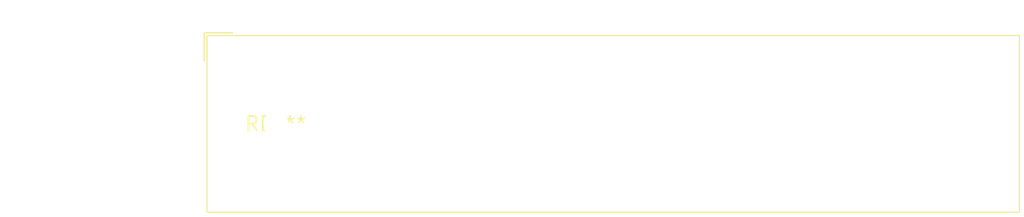
<source format=kicad_pcb>
(kicad_pcb (version 20240108) (generator pcbnew)
  (layers (0 "F.Cu" signal) (31 "B.Cu" signal) (34 "B.Paste" user) (35 "F.Paste" user) (36 "B.SilkS" user "B.Silkscreen") (37 "F.SilkS" user "F.Silkscreen") (38 "B.Mask" user) (39 "F.Mask" user) (44 "Edge.Cuts" user))
  (net 0 "")
  (footprint "TerminalBlock_Dinkle_DT-55-B01X-07_P10.00mm" (layer "F.Cu") (at 0 0)
    (property "Reference" "REF**")
    (property "Value" "TerminalBlock_Dinkle_DT-55-B01X-07_P10.00mm")
    (fp_line (start -6.35 -8.1) (end -3.85 -8.1) (layer "F.SilkS") (stroke (width 0.12)))
    (fp_line (start -6.35 -5.6) (end -6.35 -8.1) (layer "F.SilkS") (stroke (width 0.12)))
    (fp_line (start -6.1 -7.85) (end 66.1 -7.85) (layer "F.SilkS") (stroke (width 0.12)))
    (fp_line (start -6.1 7.85) (end -6.1 -7.85) (layer "F.SilkS") (stroke (width 0.12)))
    (fp_line (start -6.1 7.85) (end 66.1 7.85) (layer "F.SilkS") (stroke (width 0.12)))
    (fp_line (start 66.1 -7.85) (end 66.1 7.85) (layer "F.SilkS") (stroke (width 0.12)))
    (pad "1" thru_hole rect (at 0 0) (size 3.3 6.6) (drill 2.2) (layers *.Cu *.Mask) (remove_unused_layers))
    (pad "2" thru_hole oval (at 10 0) (size 3.3 6.6) (drill 2.2) (layers *.Cu *.Mask) (remove_unused_layers))
    (pad "3" thru_hole oval (at 20 0) (size 3.3 6.6) (drill 2.2) (layers *.Cu *.Mask) (remove_unused_layers))
    (pad "4" thru_hole oval (at 30 0) (size 3.3 6.6) (drill 2.2) (layers *.Cu *.Mask) (remove_unused_layers))
    (pad "5" thru_hole oval (at 40 0) (size 3.3 6.6) (drill 2.2) (layers *.Cu *.Mask) (remove_unused_layers))
    (pad "6" thru_hole oval (at 50 0) (size 3.3 6.6) (drill 2.2) (layers *.Cu *.Mask) (remove_unused_layers))
    (pad "7" thru_hole oval (at 60 0) (size 3.3 6.6) (drill 2.2) (layers *.Cu *.Mask) (remove_unused_layers))
  )
)
</source>
